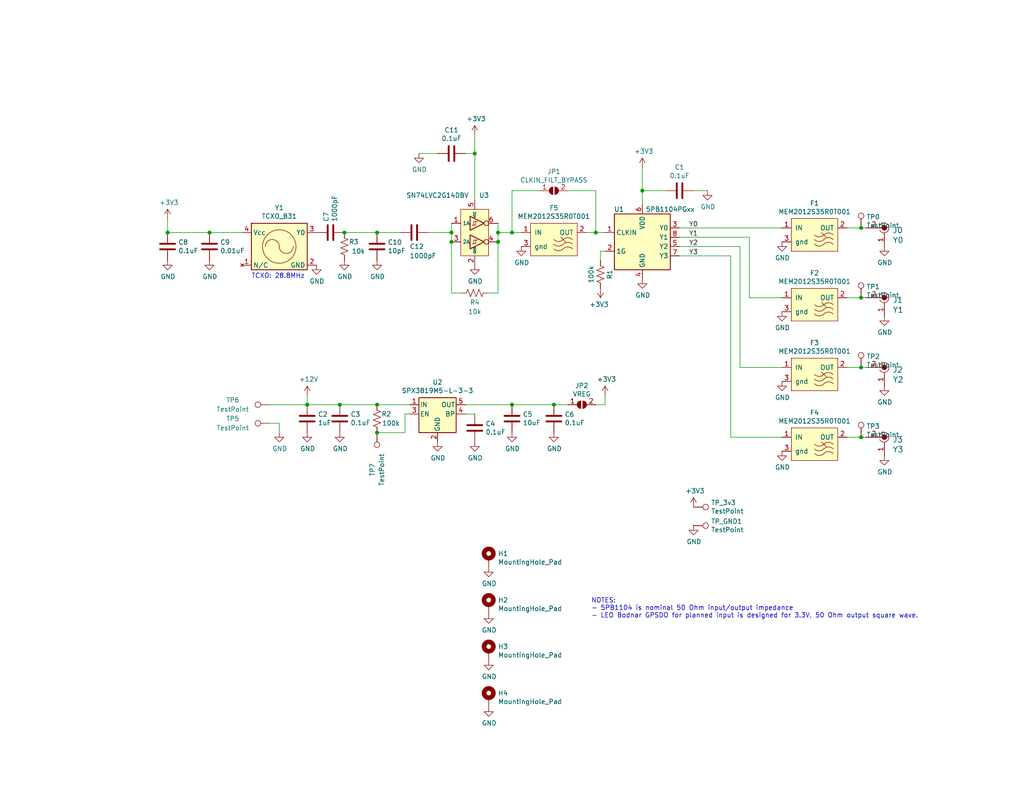
<source format=kicad_sch>
(kicad_sch (version 20211123) (generator eeschema)
  (paper "USLetter")
  (title_block (title "4 Channel Clock Source Board, V1") (date "2022-03-14") (rev "A") (company "Amateur Radio / Phased Arrays") (comment 1 "Coherent RTL-SDR Projects") (comment 2 "creativecommons.org/licenses/by/4.0/") (comment 3 "License: CC BY 4.0") (comment 4 "Author: Zach Leffke, KJ4QLP"))
  (lib_symbols
    (symbol "Connector:TestPoint" (pin_numbers hide) (pin_names (offset 0.762) hide)
      (property "Reference" "TP" (at 0 6.858 0))
      (property "Value" "TestPoint" (at 0 5.08 0))
      (symbol "TestPoint_0_1"
        (circle (center 0 3.302) (radius 0.762))
      )
      (symbol "TestPoint_1_1"
        (pin passive line (at 0 0 90) (length 2.54) (name "1") (number "1"))
      )
    )
    (symbol "Device:C" (pin_numbers hide) (pin_names (offset 0.254))
      (property "Reference" "C" (at 0.635 2.54 0))
      (property "Value" "C" (at 0.635 -2.54 0))
      (symbol "C_0_1"
        (polyline (pts (xy -2.032 -0.762) (xy 2.032 -0.762)) (stroke (width 0.508)))
        (polyline (pts (xy -2.032 0.762) (xy 2.032 0.762)) (stroke (width 0.508)))
      )
      (symbol "C_1_1"
        (pin passive line (at 0 3.81 270) (length 2.794) (name "~") (number "1"))
        (pin passive line (at 0 -3.81 90) (length 2.794) (name "~") (number "2"))
      )
    )
    (symbol "Device:R_US" (pin_numbers hide) (pin_names (offset 0))
      (property "Reference" "R" (at 2.54 0 90))
      (property "Value" "R_US" (at -2.54 0 90))
      (symbol "R_US_0_1"
        (polyline (pts (xy 0 -2.286) (xy 0 -2.54)))
        (polyline (pts (xy 0 2.286) (xy 0 2.54)))
        (polyline (pts (xy 0 -0.762) (xy 1.016 -1.143) (xy 0 -1.524) (xy -1.016 -1.905) (xy 0 -2.286)))
        (polyline (pts (xy 0 0.762) (xy 1.016 0.381) (xy 0 0) (xy -1.016 -0.381) (xy 0 -0.762)))
        (polyline (pts (xy 0 2.286) (xy 1.016 1.905) (xy 0 1.524) (xy -1.016 1.143) (xy 0 0.762)))
      )
      (symbol "R_US_1_1"
        (pin passive line (at 0 3.81 270) (length 1.27) (name "~") (number "1"))
        (pin passive line (at 0 -3.81 90) (length 1.27) (name "~") (number "2"))
      )
    )
    (symbol "Jumper:SolderJumper_2_Open" (pin_names (offset 0) hide)
      (property "Reference" "JP" (at 0 2.032 0))
      (property "Value" "SolderJumper_2_Open" (at 0 -2.54 0))
      (symbol "SolderJumper_2_Open_0_1"
        (arc (start -0.254 1.016) (mid -1.27 0) (end -0.254 -1.016))
        (arc (start -0.254 1.016) (mid -1.27 0) (end -0.254 -1.016) (fill (type outline)))
        (polyline (pts (xy -0.254 1.016) (xy -0.254 -1.016)))
        (polyline (pts (xy 0.254 1.016) (xy 0.254 -1.016)))
        (arc (start 0.254 -1.016) (mid 1.27 0) (end 0.254 1.016))
        (arc (start 0.254 -1.016) (mid 1.27 0) (end 0.254 1.016) (fill (type outline)))
      )
      (symbol "SolderJumper_2_Open_1_1"
        (pin passive line (at -3.81 0 0) (length 2.54) (name "A") (number "1"))
        (pin passive line (at 3.81 0 180) (length 2.54) (name "B") (number "2"))
      )
    )
    (symbol "Mechanical:MountingHole_Pad" (pin_numbers hide) (pin_names (offset 1.016) hide)
      (property "Reference" "H" (at 0 6.35 0))
      (property "Value" "MountingHole_Pad" (at 0 4.445 0))
      (symbol "MountingHole_Pad_0_1"
        (circle (center 0 1.27) (radius 1.27) (stroke (width 1.27)))
      )
      (symbol "MountingHole_Pad_1_1"
        (pin input line (at 0 -2.54 90) (length 2.54) (name "1") (number "1"))
      )
    )
    (symbol "Regulator_Linear:SPX3819M5-L-3-3" (pin_names (offset 0.254))
      (property "Reference" "U" (at -3.81 5.715 0))
      (property "Value" "SPX3819M5-L-3-3" (at 0 5.715 0))
      (symbol "SPX3819M5-L-3-3_0_1"
        (rectangle (start -5.08 4.445) (end 5.08 -5.08) (stroke (width 0.254)) (fill (type background)))
      )
      (symbol "SPX3819M5-L-3-3_1_1"
        (pin power_in line (at -7.62 2.54 0) (length 2.54) (name "IN") (number "1"))
        (pin power_in line (at 0 -7.62 90) (length 2.54) (name "GND") (number "2"))
        (pin input line (at -7.62 0 0) (length 2.54) (name "EN") (number "3"))
        (pin input line (at 7.62 0 180) (length 2.54) (name "BP") (number "4"))
        (pin power_out line (at 7.62 2.54 180) (length 2.54) (name "OUT") (number "5"))
      )
    )
    (symbol "dk_Coaxial-Connectors-RF:0734120114" (pin_names (offset 1.016))
      (property "Reference" "J" (at -1.27 1.27 0))
      (property "Value" "0734120114" (at 1.27 -2.54 0))
      (symbol "0734120114_0_1"
        (arc (start -1.27 0) (mid -0.2651 -1.3081) (end 1.27 -0.635))
        (circle (center 0 0) (radius 0.635) (fill (type outline)))
        (arc (start 1.27 0.635) (mid -0.2496 1.3256) (end -1.27 0))
      )
      (symbol "0734120114_1_1"
        (pin passive line (at 0 -5.08 90) (length 3.683) (name "~") (number "1"))
        (pin passive line (at 5.08 0 180) (length 4.445) (name "~") (number "2"))
      )
    )
    (symbol "kicad_KJ4QLP:5PB1104PGxx"
      (property "Reference" "U" (at -6.35 13.97 0))
      (property "Value" "5PB1104PGxx" (at 10.16 13.97 0))
      (symbol "5PB1104PGxx_0_1"
        (rectangle (start -7.62 12.7) (end 7.62 -2.54) (stroke (width 0.254)) (fill (type background)))
      )
      (symbol "5PB1104PGxx_1_1"
        (pin input line (at -10.16 7.62 0) (length 2.54) (name "CLKIN") (number "1"))
        (pin input line (at -10.16 2.54 0) (length 2.54) (name "1G") (number "2"))
        (pin output line (at 10.16 8.89 180) (length 2.54) (name "Y0") (number "3"))
        (pin power_in line (at 0 -5.08 90) (length 2.54) (name "GND") (number "4"))
        (pin output line (at 10.16 3.81 180) (length 2.54) (name "Y2") (number "5"))
        (pin power_in line (at 0 15.24 270) (length 2.54) (name "VDD") (number "6"))
        (pin output line (at 10.16 1.27 180) (length 2.54) (name "Y3") (number "7"))
        (pin output line (at 10.16 6.35 180) (length 2.54) (name "Y1") (number "8"))
      )
    )
    (symbol "kicad_KJ4QLP:MEM2012S35R0T001" (pin_names (offset 1.016))
      (property "Reference" "F" (at -6.35 3.81 0))
      (property "Value" "MEM2012S35R0T001" (at 2.54 2.54 0))
      (symbol "MEM2012S35R0T001_0_1"
        (rectangle (start -6.35 1.27) (end 6.35 -7.62) (fill (type background)))
        (arc (start 0 -5.715) (mid 1.27 -6.2411) (end 2.54 -5.715))
        (arc (start 0 -4.445) (mid 1.27 -4.9711) (end 2.54 -4.445))
        (arc (start 0 -3.175) (mid 1.27 -3.7011) (end 2.54 -3.175))
        (polyline (pts (xy 1.905 -2.54) (xy 3.175 -3.81)))
        (arc (start 5.08 -5.715) (mid 3.81 -5.1889) (end 2.54 -5.715))
        (arc (start 5.08 -4.445) (mid 3.81 -3.9189) (end 2.54 -4.445))
        (arc (start 5.08 -3.175) (mid 3.81 -2.6489) (end 2.54 -3.175))
      )
      (symbol "MEM2012S35R0T001_1_1"
        (pin input line (at -8.89 -1.27 0) (length 2.54) (name "IN") (number "1"))
        (pin output line (at 8.89 -1.27 180) (length 2.54) (name "OUT") (number "2"))
        (pin passive line (at -8.89 -5.08 0) (length 2.54) (name "gnd") (number "3"))
      )
    )
    (symbol "kicad_KJ4QLP:SN74LVC2G14DBV"
      (property "Reference" "U" (at -3.81 7.62 0))
      (property "Value" "SN74LVC2G14DBV" (at 8.89 7.62 0))
      (symbol "SN74LVC2G14DBV_0_1"
        (rectangle (start -3.81 -6.35) (end 3.81 6.35) (fill (type background)))
        (polyline (pts (xy 0.254 3.048) (xy 0.762 3.048)))
        (polyline (pts (xy -1.27 4.445) (xy -1.27 0.635) (xy 2.54 2.54) (xy -1.27 4.445)) (stroke (width 0.254)) (fill (type background)))
        (polyline (pts (xy -0.254 2.032) (xy -0.254 3.048) (xy 0.254 3.048) (xy 0.254 2.032) (xy -0.762 2.032)))
      )
      (symbol "SN74LVC2G14DBV_1_1"
        (polyline (pts (xy 0.254 -2.032) (xy 0.762 -2.032)))
        (polyline (pts (xy -1.27 -0.635) (xy -1.27 -4.445) (xy 2.54 -2.54) (xy -1.27 -0.635)) (stroke (width 0.254)) (fill (type background)))
        (polyline (pts (xy -0.254 -3.048) (xy -0.254 -2.032) (xy 0.254 -2.032) (xy 0.254 -3.048) (xy -0.762 -3.048)))
        (pin input line (at -6.35 2.54 0) (length 2.54) (name "1A") (number "1"))
        (pin power_in line (at 0 -8.89 90) (length 2.54) (name "GND") (number "2"))
        (pin input line (at -6.35 -2.54 0) (length 2.54) (name "2A") (number "3"))
        (pin output inverted (at 6.35 -2.54 180) (length 3.81) (name "~") (number "4"))
        (pin power_in line (at 0 8.89 270) (length 2.54) (name "VCC") (number "5"))
        (pin output inverted (at 6.35 2.54 180) (length 3.81) (name "~") (number "6"))
      )
    )
    (symbol "kicad_KJ4QLP:TCXO_B31"
      (property "Reference" "Y" (at -6.35 7.62 0))
      (property "Value" "TCXO_B31" (at 3.81 7.62 0))
      (symbol "TCXO_B31_0_1"
        (rectangle (start -7.62 6.35) (end 7.62 -6.35) (stroke (width 0.254)) (fill (type background)))
        (arc (start 0 0) (mid -1.905 1.905) (end -3.81 0))
        (arc (start 0 0) (mid 1.905 -1.905) (end 3.81 0))
        (circle (center 0 0) (radius 4.572))
      )
      (symbol "TCXO_B31_1_1"
        (pin no_connect line (at -10.16 -5.08 0) (length 2.54) (name "N/C") (number "1"))
        (pin power_in line (at 10.16 -5.08 180) (length 2.54) (name "GND") (number "2"))
        (pin output line (at 10.16 3.81 180) (length 2.54) (name "Y0") (number "3"))
        (pin power_in line (at -10.16 3.81 0) (length 2.54) (name "Vcc") (number "4"))
      )
    )
    (symbol "power:+12V" (power) (pin_names (offset 0))
      (property "Value" "+12V" (at 0 3.556 0))
      (symbol "+12V_0_1"
        (polyline (pts (xy -0.762 1.27) (xy 0 2.54)))
        (polyline (pts (xy 0 0) (xy 0 2.54)))
        (polyline (pts (xy 0 2.54) (xy 0.762 1.27)))
      )
      (symbol "+12V_1_1"
        (pin power_in line (at 0 0 90) (length 0) hide (name "+12V") (number "1"))
      )
    )
    (symbol "power:+3.3V" (power) (pin_names (offset 0))
      (property "Value" "+3.3V" (at 0 3.556 0))
      (symbol "+3.3V_0_1"
        (polyline (pts (xy -0.762 1.27) (xy 0 2.54)))
        (polyline (pts (xy 0 0) (xy 0 2.54)))
        (polyline (pts (xy 0 2.54) (xy 0.762 1.27)))
      )
      (symbol "+3.3V_1_1"
        (pin power_in line (at 0 0 90) (length 0) hide (name "+3V3") (number "1"))
      )
    )
    (symbol "power:GND" (power) (pin_names (offset 0))
      (property "Value" "GND" (at 0 -3.81 0))
      (symbol "GND_0_1"
        (polyline (pts (xy 0 0) (xy 0 -1.27) (xy 1.27 -1.27) (xy 0 -2.54) (xy -1.27 -1.27) (xy 0 -1.27)))
      )
      (symbol "GND_1_1"
        (pin power_in line (at 0 0 270) (length 0) hide (name "GND") (number "1"))
      )
    )
  )
  (junction (at 92.71 110.49))
  (junction (at 129.54 41.91))
  (junction (at 83.82 110.49))
  (junction (at 93.98 63.5))
  (junction (at 135.89 66.04))
  (junction (at 57.15 63.5))
  (junction (at 102.87 118.11))
  (junction (at 234.95 100.33))
  (junction (at 234.95 119.38))
  (junction (at 234.95 62.23))
  (junction (at 162.56 63.5))
  (junction (at 175.26 52.07))
  (junction (at 102.87 63.5))
  (junction (at 45.72 63.5))
  (junction (at 139.7 110.49))
  (junction (at 135.89 63.5))
  (junction (at 151.13 110.49))
  (junction (at 234.95 81.28))
  (junction (at 102.87 110.49))
  (junction (at 139.7 63.5))
  (junction (at 123.19 66.04))
  (junction (at 123.19 63.5))
  (wire (pts (xy 102.87 63.5) (xy 109.22 63.5)))
  (wire (pts (xy 189.23 52.07) (xy 193.04 52.07)))
  (wire (pts (xy 185.42 64.77) (xy 204.47 64.77)))
  (wire (pts (xy 135.89 63.5) (xy 135.89 66.04)))
  (wire (pts (xy 83.82 107.95) (xy 83.82 110.49)))
  (wire (pts (xy 123.19 60.96) (xy 123.19 63.5)))
  (wire (pts (xy 127 110.49) (xy 139.7 110.49)))
  (wire (pts (xy 142.24 63.5) (xy 139.7 63.5)))
  (wire (pts (xy 116.84 63.5) (xy 123.19 63.5)))
  (wire (pts (xy 45.72 63.5) (xy 57.15 63.5)))
  (wire (pts (xy 73.66 110.49) (xy 83.82 110.49)))
  (wire (pts (xy 199.39 69.85) (xy 199.39 119.38)))
  (wire (pts (xy 57.15 63.5) (xy 66.04 63.5)))
  (wire (pts (xy 135.89 66.04) (xy 135.89 80.01)))
  (wire (pts (xy 204.47 81.28) (xy 213.36 81.28)))
  (wire (pts (xy 234.95 62.23) (xy 236.22 62.23)))
  (wire (pts (xy 125.73 80.01) (xy 123.19 80.01)))
  (wire (pts (xy 129.54 36.83) (xy 129.54 41.91)))
  (wire (pts (xy 73.66 115.57) (xy 76.2 115.57)))
  (wire (pts (xy 204.47 64.77) (xy 204.47 81.28)))
  (wire (pts (xy 135.89 63.5) (xy 139.7 63.5)))
  (wire (pts (xy 147.32 52.07) (xy 139.7 52.07)))
  (wire (pts (xy 175.26 45.72) (xy 175.26 52.07)))
  (wire (pts (xy 201.93 100.33) (xy 213.36 100.33)))
  (wire (pts (xy 129.54 41.91) (xy 129.54 54.61)))
  (wire (pts (xy 92.71 110.49) (xy 83.82 110.49)))
  (wire (pts (xy 185.42 67.31) (xy 201.93 67.31)))
  (wire (pts (xy 234.95 81.28) (xy 236.22 81.28)))
  (wire (pts (xy 110.49 118.11) (xy 102.87 118.11)))
  (wire (pts (xy 123.19 80.01) (xy 123.19 66.04)))
  (wire (pts (xy 154.94 52.07) (xy 162.56 52.07)))
  (wire (pts (xy 76.2 115.57) (xy 76.2 118.11)))
  (wire (pts (xy 162.56 52.07) (xy 162.56 63.5)))
  (wire (pts (xy 231.14 119.38) (xy 234.95 119.38)))
  (wire (pts (xy 162.56 110.49) (xy 165.1 110.49)))
  (wire (pts (xy 93.98 63.5) (xy 102.87 63.5)))
  (wire (pts (xy 201.93 67.31) (xy 201.93 100.33)))
  (wire (pts (xy 175.26 52.07) (xy 175.26 55.88)))
  (wire (pts (xy 151.13 110.49) (xy 154.94 110.49)))
  (wire (pts (xy 123.19 63.5) (xy 123.19 66.04)))
  (wire (pts (xy 181.61 52.07) (xy 175.26 52.07)))
  (wire (pts (xy 199.39 119.38) (xy 213.36 119.38)))
  (wire (pts (xy 139.7 52.07) (xy 139.7 63.5)))
  (wire (pts (xy 165.1 110.49) (xy 165.1 107.95)))
  (wire (pts (xy 160.02 63.5) (xy 162.56 63.5)))
  (wire (pts (xy 135.89 80.01) (xy 133.35 80.01)))
  (wire (pts (xy 163.83 68.58) (xy 163.83 71.12)))
  (wire (pts (xy 111.76 110.49) (xy 102.87 110.49)))
  (wire (pts (xy 162.56 63.5) (xy 165.1 63.5)))
  (wire (pts (xy 102.87 110.49) (xy 92.71 110.49)))
  (wire (pts (xy 234.95 119.38) (xy 236.22 119.38)))
  (wire (pts (xy 139.7 110.49) (xy 151.13 110.49)))
  (wire (pts (xy 127 41.91) (xy 129.54 41.91)))
  (wire (pts (xy 236.22 100.33) (xy 234.95 100.33)))
  (wire (pts (xy 45.72 63.5) (xy 45.72 59.69)))
  (wire (pts (xy 127 113.03) (xy 129.54 113.03)))
  (wire (pts (xy 110.49 113.03) (xy 110.49 118.11)))
  (wire (pts (xy 234.95 100.33) (xy 231.14 100.33)))
  (wire (pts (xy 135.89 60.96) (xy 135.89 63.5)))
  (wire (pts (xy 185.42 62.23) (xy 213.36 62.23)))
  (wire (pts (xy 119.38 41.91) (xy 114.3 41.91)))
  (wire (pts (xy 231.14 81.28) (xy 234.95 81.28)))
  (wire (pts (xy 185.42 69.85) (xy 199.39 69.85)))
  (wire (pts (xy 231.14 62.23) (xy 234.95 62.23)))
  (wire (pts (xy 165.1 68.58) (xy 163.83 68.58)))
  (wire (pts (xy 111.76 113.03) (xy 110.49 113.03)))
  (text "TCXO: 28.8MHz" (at 68.58 76.2 0) (effects (font (size 1.27 1.27)) (justify left bottom)))
  (text "NOTES:\n- 5PB1104 is nominal 50 Ohm input/output impedance\n- LEO Bodnar GPSDO for planned input is designed for 3.3V, 50 Ohm output square wave." (at 161.29 168.91 0) (effects (font (size 1.27 1.27)) (justify left bottom)))
  (label "Y3" (at 187.96 69.85 0))
  (label "Y2" (at 187.96 67.31 0))
  (label "Y1" (at 187.96 64.77 0))
  (label "Y0" (at 187.96 62.23 0))
  (symbol (lib_id "kicad_KJ4QLP:5PB1104PGxx") (at 175.26 71.12 0) (unit 1)
    (property "Reference" "U1" (at 168.91 57.15 0))
    (property "Value" "5PB1104PGxx" (at 182.88 57.15 0))
    (property "Footprint" "Package_SO:TSSOP-8_4.4x3mm_P0.65mm" (effects hide))
    (property "Datasheet" "https://www.idt.com/document/dst/5pb11xx-datasheet" (effects hide))
  )
  (symbol (lib_id "dk_Coaxial-Connectors-RF:0734120114") (at 241.3 62.23 0) (mirror y) (unit 1)
    (property "Reference" "J0" (at 243.5352 62.865 0) (effects (font (size 1.524 1.524)) (justify right)))
    (property "Value" "Y0" (at 243.5352 65.5574 0) (effects (font (size 1.524 1.524)) (justify right)))
    (property "Footprint" "digikey-footprints:Molex_734120114_UMC_RF_CONN_Vertical" (effects hide))
    (property "Datasheet" "https://www.molex.com/pdm_docs/sd/734120110_sd.pdf" (effects hide))
    (property "Digi-Key_PN" "WM3894CT-ND" (effects hide))
    (property "MPN" "0734120114" (effects hide))
    (property "Category" "Connectors, Interconnects" (effects hide))
    (property "Family" "Coaxial Connectors (RF)" (effects hide))
    (property "DK_Datasheet_Link" "https://www.molex.com/pdm_docs/sd/734120110_sd.pdf" (effects hide))
    (property "DK_Detail_Page" "/product-detail/en/molex/0734120114/WM3894CT-ND/2421931" (effects hide))
    (property "Description" "CONN UMC RCPT STR 50 OHM SMD" (effects hide))
    (property "Manufacturer" "Molex" (effects hide))
    (property "Status" "Active" (effects hide))
  )
  (symbol (lib_id "dk_Coaxial-Connectors-RF:0734120114") (at 241.3 81.28 0) (mirror y) (unit 1)
    (property "Reference" "J1" (at 243.5352 81.915 0) (effects (font (size 1.524 1.524)) (justify right)))
    (property "Value" "Y1" (at 243.5352 84.6074 0) (effects (font (size 1.524 1.524)) (justify right)))
    (property "Footprint" "digikey-footprints:Molex_734120114_UMC_RF_CONN_Vertical" (effects hide))
    (property "Datasheet" "https://www.molex.com/pdm_docs/sd/734120110_sd.pdf" (effects hide))
    (property "Digi-Key_PN" "WM3894CT-ND" (effects hide))
    (property "MPN" "0734120114" (effects hide))
    (property "Category" "Connectors, Interconnects" (effects hide))
    (property "Family" "Coaxial Connectors (RF)" (effects hide))
    (property "DK_Datasheet_Link" "https://www.molex.com/pdm_docs/sd/734120110_sd.pdf" (effects hide))
    (property "DK_Detail_Page" "/product-detail/en/molex/0734120114/WM3894CT-ND/2421931" (effects hide))
    (property "Description" "CONN UMC RCPT STR 50 OHM SMD" (effects hide))
    (property "Manufacturer" "Molex" (effects hide))
    (property "Status" "Active" (effects hide))
  )
  (symbol (lib_id "dk_Coaxial-Connectors-RF:0734120114") (at 241.3 100.33 0) (mirror y) (unit 1)
    (property "Reference" "J2" (at 243.5352 100.965 0) (effects (font (size 1.524 1.524)) (justify right)))
    (property "Value" "Y2" (at 243.5352 103.6574 0) (effects (font (size 1.524 1.524)) (justify right)))
    (property "Footprint" "digikey-footprints:Molex_734120114_UMC_RF_CONN_Vertical" (effects hide))
    (property "Datasheet" "https://www.molex.com/pdm_docs/sd/734120110_sd.pdf" (effects hide))
    (property "Digi-Key_PN" "WM3894CT-ND" (effects hide))
    (property "MPN" "0734120114" (effects hide))
    (property "Category" "Connectors, Interconnects" (effects hide))
    (property "Family" "Coaxial Connectors (RF)" (effects hide))
    (property "DK_Datasheet_Link" "https://www.molex.com/pdm_docs/sd/734120110_sd.pdf" (effects hide))
    (property "DK_Detail_Page" "/product-detail/en/molex/0734120114/WM3894CT-ND/2421931" (effects hide))
    (property "Description" "CONN UMC RCPT STR 50 OHM SMD" (effects hide))
    (property "Manufacturer" "Molex" (effects hide))
    (property "Status" "Active" (effects hide))
  )
  (symbol (lib_id "dk_Coaxial-Connectors-RF:0734120114") (at 241.3 119.38 0) (mirror y) (unit 1)
    (property "Reference" "J3" (at 243.5352 120.015 0) (effects (font (size 1.524 1.524)) (justify right)))
    (property "Value" "Y3" (at 243.5352 122.7074 0) (effects (font (size 1.524 1.524)) (justify right)))
    (property "Footprint" "digikey-footprints:Molex_734120114_UMC_RF_CONN_Vertical" (effects hide))
    (property "Datasheet" "https://www.molex.com/pdm_docs/sd/734120110_sd.pdf" (effects hide))
    (property "Digi-Key_PN" "WM3894CT-ND" (effects hide))
    (property "MPN" "0734120114" (effects hide))
    (property "Category" "Connectors, Interconnects" (effects hide))
    (property "Family" "Coaxial Connectors (RF)" (effects hide))
    (property "DK_Datasheet_Link" "https://www.molex.com/pdm_docs/sd/734120110_sd.pdf" (effects hide))
    (property "DK_Detail_Page" "/product-detail/en/molex/0734120114/WM3894CT-ND/2421931" (effects hide))
    (property "Description" "CONN UMC RCPT STR 50 OHM SMD" (effects hide))
    (property "Manufacturer" "Molex" (effects hide))
    (property "Status" "Active" (effects hide))
  )
  (symbol (lib_id "power:GND") (at 241.3 67.31 0) (unit 1)
    (property "Reference" "#PWR01" (effects hide))
    (property "Value" "GND" (at 241.427 71.7042 0))
  )
  (symbol (lib_id "power:GND") (at 241.3 86.36 0) (unit 1)
    (property "Reference" "#PWR02" (effects hide))
    (property "Value" "GND" (at 241.427 90.7542 0))
  )
  (symbol (lib_id "power:GND") (at 241.3 105.41 0) (unit 1)
    (property "Reference" "#PWR03" (effects hide))
    (property "Value" "GND" (at 241.427 109.8042 0))
  )
  (symbol (lib_id "power:GND") (at 241.3 124.46 0) (unit 1)
    (property "Reference" "#PWR04" (effects hide))
    (property "Value" "GND" (at 241.427 128.8542 0))
  )
  (symbol (lib_id "kicad_KJ4QLP:MEM2012S35R0T001") (at 222.25 60.96 0) (unit 1)
    (property "Reference" "F1" (at 222.25 55.499 0))
    (property "Value" "MEM2012S35R0T001" (at 222.25 57.8104 0))
    (property "Footprint" "kj4qlp:0805_3PC_Pad" (effects hide))
    (property "Datasheet" "https://product.tdk.com/info/en/catalog/datasheets/3tf_commercial_signal_mem2012s_en.pdf" (effects hide))
  )
  (symbol (lib_id "kicad_KJ4QLP:MEM2012S35R0T001") (at 222.25 80.01 0) (unit 1)
    (property "Reference" "F2" (at 222.25 74.549 0))
    (property "Value" "MEM2012S35R0T001" (at 222.25 76.8604 0))
    (property "Footprint" "kj4qlp:0805_3PC_Pad" (effects hide))
    (property "Datasheet" "https://product.tdk.com/info/en/catalog/datasheets/3tf_commercial_signal_mem2012s_en.pdf" (effects hide))
  )
  (symbol (lib_id "kicad_KJ4QLP:MEM2012S35R0T001") (at 222.25 99.06 0) (unit 1)
    (property "Reference" "F3" (at 222.25 93.599 0))
    (property "Value" "MEM2012S35R0T001" (at 222.25 95.9104 0))
    (property "Footprint" "kj4qlp:0805_3PC_Pad" (effects hide))
    (property "Datasheet" "https://product.tdk.com/info/en/catalog/datasheets/3tf_commercial_signal_mem2012s_en.pdf" (effects hide))
  )
  (symbol (lib_id "kicad_KJ4QLP:MEM2012S35R0T001") (at 222.25 118.11 0) (unit 1)
    (property "Reference" "F4" (at 222.25 112.649 0))
    (property "Value" "MEM2012S35R0T001" (at 222.25 114.9604 0))
    (property "Footprint" "kj4qlp:0805_3PC_Pad" (effects hide))
    (property "Datasheet" "https://product.tdk.com/info/en/catalog/datasheets/3tf_commercial_signal_mem2012s_en.pdf" (effects hide))
  )
  (symbol (lib_id "Jumper:SolderJumper_2_Open") (at 151.13 52.07 0) (unit 1)
    (property "Reference" "JP1" (at 151.13 46.863 0))
    (property "Value" "CLKIN_FILT_BYPASS" (at 151.13 49.1744 0))
    (property "Footprint" "Jumper:SolderJumper-2_P1.3mm_Open_RoundedPad1.0x1.5mm" (effects hide))
  )
  (symbol (lib_id "kicad_KJ4QLP:MEM2012S35R0T001") (at 151.13 62.23 0) (unit 1)
    (property "Reference" "F5" (at 151.13 56.769 0))
    (property "Value" "MEM2012S35R0T001" (at 151.13 59.0804 0))
    (property "Footprint" "kj4qlp:0805_3PC_Pad" (effects hide))
    (property "Datasheet" "https://product.tdk.com/info/en/catalog/datasheets/3tf_commercial_signal_mem2012s_en.pdf" (effects hide))
  )
  (symbol (lib_id "Device:R_US") (at 163.83 74.93 0) (unit 1)
    (property "Reference" "R1" (at 166.37 74.93 90))
    (property "Value" "100k" (at 161.29 74.93 90))
    (property "Footprint" "Resistor_SMD:R_0805_2012Metric" (effects hide))
  )
  (symbol (lib_id "power:+3.3V") (at 175.26 45.72 0) (unit 1)
    (property "Reference" "#PWR0101" (effects hide))
    (property "Value" "+3.3V" (at 175.641 41.3258 0))
  )
  (symbol (lib_id "power:GND") (at 175.26 76.2 0) (unit 1)
    (property "Reference" "#PWR0102" (effects hide))
    (property "Value" "GND" (at 175.387 80.5942 0))
  )
  (symbol (lib_id "power:+3.3V") (at 163.83 78.74 180) (unit 1)
    (property "Reference" "#PWR0103" (effects hide))
    (property "Value" "+3.3V" (at 163.449 83.1342 0))
  )
  (symbol (lib_id "Device:C") (at 185.42 52.07 270) (unit 1)
    (property "Reference" "C1" (at 185.42 45.6692 90))
    (property "Value" "0.1uF" (at 185.42 47.9806 90))
    (property "Footprint" "Capacitor_SMD:C_0805_2012Metric" (effects hide))
  )
  (symbol (lib_id "power:GND") (at 193.04 52.07 0) (unit 1)
    (property "Reference" "#PWR0104" (effects hide))
    (property "Value" "GND" (at 193.167 56.4642 0))
  )
  (symbol (lib_id "Connector:TestPoint") (at 189.23 138.43 270) (unit 1)
    (property "Reference" "TP_3v3" (at 194.0052 137.2616 90) (effects (justify left)))
    (property "Value" "TestPoint" (at 194.0052 139.573 90) (effects (justify left)))
    (property "Footprint" "TestPoint:TestPoint_Pad_2.0x2.0mm" (effects hide))
  )
  (symbol (lib_id "power:GND") (at 142.24 67.31 0) (unit 1)
    (property "Reference" "#PWR0105" (effects hide))
    (property "Value" "GND" (at 142.367 71.7042 0))
  )
  (symbol (lib_id "power:GND") (at 213.36 66.04 0) (unit 1)
    (property "Reference" "#PWR0106" (effects hide))
    (property "Value" "GND" (at 213.487 70.4342 0))
  )
  (symbol (lib_id "power:GND") (at 213.36 85.09 0) (unit 1)
    (property "Reference" "#PWR0107" (effects hide))
    (property "Value" "GND" (at 213.487 89.4842 0))
  )
  (symbol (lib_id "power:GND") (at 213.36 104.14 0) (unit 1)
    (property "Reference" "#PWR0108" (effects hide))
    (property "Value" "GND" (at 213.487 108.5342 0))
  )
  (symbol (lib_id "power:GND") (at 213.36 123.19 0) (unit 1)
    (property "Reference" "#PWR0109" (effects hide))
    (property "Value" "GND" (at 213.487 127.5842 0))
  )
  (symbol (lib_id "power:+3.3V") (at 189.23 138.43 0) (unit 1)
    (property "Reference" "#PWR0110" (effects hide))
    (property "Value" "+3.3V" (at 189.611 134.0358 0))
  )
  (symbol (lib_id "Connector:TestPoint") (at 189.23 143.51 270) (unit 1)
    (property "Reference" "TP_GND1" (at 194.0052 142.3416 90) (effects (justify left)))
    (property "Value" "TestPoint" (at 194.0052 144.653 90) (effects (justify left)))
    (property "Footprint" "TestPoint:TestPoint_Pad_2.0x2.0mm" (effects hide))
  )
  (symbol (lib_id "power:GND") (at 189.23 143.51 0) (unit 1)
    (property "Reference" "#PWR0111" (effects hide))
    (property "Value" "GND" (at 189.357 147.9042 0))
  )
  (symbol (lib_id "Mechanical:MountingHole_Pad") (at 133.35 152.4 0) (unit 1)
    (property "Reference" "H1" (at 135.89 151.1554 0) (effects (justify left)))
    (property "Value" "MountingHole_Pad" (at 135.89 153.4668 0) (effects (justify left)))
    (property "Footprint" "MountingHole:MountingHole_2.2mm_M2_Pad_Via" (effects hide))
  )
  (symbol (lib_id "power:GND") (at 133.35 154.94 0) (unit 1)
    (property "Reference" "#PWR0112" (effects hide))
    (property "Value" "GND" (at 133.477 159.3342 0))
  )
  (symbol (lib_id "Connector:TestPoint") (at 234.95 62.23 0) (unit 1)
    (property "Reference" "TP0" (at 236.4232 59.2328 0) (effects (justify left)))
    (property "Value" "TestPoint" (at 236.4232 61.5442 0) (effects (justify left)))
    (property "Footprint" "TestPoint:TestPoint_Pad_D1.0mm" (effects hide))
  )
  (symbol (lib_id "Connector:TestPoint") (at 234.95 81.28 0) (unit 1)
    (property "Reference" "TP1" (at 236.4232 78.2828 0) (effects (justify left)))
    (property "Value" "TestPoint" (at 236.4232 80.5942 0) (effects (justify left)))
    (property "Footprint" "TestPoint:TestPoint_Pad_D1.0mm" (effects hide))
  )
  (symbol (lib_id "Connector:TestPoint") (at 234.95 100.33 0) (unit 1)
    (property "Reference" "TP2" (at 236.4232 97.3328 0) (effects (justify left)))
    (property "Value" "TestPoint" (at 236.4232 99.6442 0) (effects (justify left)))
    (property "Footprint" "TestPoint:TestPoint_Pad_D1.0mm" (effects hide))
  )
  (symbol (lib_id "Connector:TestPoint") (at 234.95 119.38 0) (unit 1)
    (property "Reference" "TP3" (at 236.4232 116.3828 0) (effects (justify left)))
    (property "Value" "TestPoint" (at 236.4232 118.6942 0) (effects (justify left)))
    (property "Footprint" "TestPoint:TestPoint_Pad_D1.0mm" (effects hide))
  )
  (symbol (lib_id "Mechanical:MountingHole_Pad") (at 133.35 165.1 0) (unit 1)
    (property "Reference" "H2" (at 135.89 163.8554 0) (effects (justify left)))
    (property "Value" "MountingHole_Pad" (at 135.89 166.1668 0) (effects (justify left)))
    (property "Footprint" "MountingHole:MountingHole_2.2mm_M2_Pad_Via" (effects hide))
  )
  (symbol (lib_id "power:GND") (at 133.35 167.64 0) (unit 1)
    (property "Reference" "#PWR06" (effects hide))
    (property "Value" "GND" (at 133.477 172.0342 0))
  )
  (symbol (lib_id "Mechanical:MountingHole_Pad") (at 133.35 177.8 0) (unit 1)
    (property "Reference" "H3" (at 135.89 176.5554 0) (effects (justify left)))
    (property "Value" "MountingHole_Pad" (at 135.89 178.8668 0) (effects (justify left)))
    (property "Footprint" "MountingHole:MountingHole_2.2mm_M2_Pad_Via" (effects hide))
  )
  (symbol (lib_id "power:GND") (at 133.35 180.34 0) (unit 1)
    (property "Reference" "#PWR07" (effects hide))
    (property "Value" "GND" (at 133.477 184.7342 0))
  )
  (symbol (lib_id "Mechanical:MountingHole_Pad") (at 133.35 190.5 0) (unit 1)
    (property "Reference" "H4" (at 135.89 189.2554 0) (effects (justify left)))
    (property "Value" "MountingHole_Pad" (at 135.89 191.5668 0) (effects (justify left)))
    (property "Footprint" "MountingHole:MountingHole_2.2mm_M2_Pad_Via" (effects hide))
  )
  (symbol (lib_id "power:GND") (at 133.35 193.04 0) (unit 1)
    (property "Reference" "#PWR08" (effects hide))
    (property "Value" "GND" (at 133.477 197.4342 0))
  )
  (symbol (lib_id "Regulator_Linear:SPX3819M5-L-3-3") (at 119.38 113.03 0) (unit 1)
    (property "Reference" "U2" (at 119.38 104.3432 0))
    (property "Value" "SPX3819M5-L-3-3" (at 119.38 106.6546 0))
    (property "Footprint" "Package_TO_SOT_SMD:SOT-23-5" (effects hide))
    (property "Datasheet" "https://www.exar.com/content/document.ashx?id=22106&languageid=1033&type=Datasheet&partnumber=SPX3819&filename=SPX3819.pdf&part=SPX3819" (effects hide))
  )
  (symbol (lib_id "Device:R_US") (at 102.87 114.3 0) (unit 1)
    (property "Reference" "R2" (at 105.41 113.03 0))
    (property "Value" "100k" (at 106.68 115.57 0))
    (property "Footprint" "Resistor_SMD:R_0805_2012Metric" (effects hide))
  )
  (symbol (lib_id "Device:C") (at 92.71 114.3 0) (unit 1)
    (property "Reference" "C3" (at 95.631 113.1316 0) (effects (justify left)))
    (property "Value" "0.1uF" (at 95.631 115.443 0) (effects (justify left)))
    (property "Footprint" "Capacitor_SMD:C_0805_2012Metric" (effects hide))
  )
  (symbol (lib_id "Device:C") (at 83.82 114.3 0) (unit 1)
    (property "Reference" "C2" (at 86.741 113.1316 0) (effects (justify left)))
    (property "Value" "1uF" (at 86.741 115.443 0) (effects (justify left)))
    (property "Footprint" "Capacitor_SMD:C_0805_2012Metric" (effects hide))
  )
  (symbol (lib_id "power:GND") (at 119.38 120.65 0) (unit 1)
    (property "Reference" "#PWR013" (effects hide))
    (property "Value" "GND" (at 119.507 125.0442 0))
  )
  (symbol (lib_id "power:GND") (at 92.71 118.11 0) (unit 1)
    (property "Reference" "#PWR012" (effects hide))
    (property "Value" "GND" (at 92.837 122.5042 0))
  )
  (symbol (lib_id "power:GND") (at 83.82 118.11 0) (unit 1)
    (property "Reference" "#PWR011" (effects hide))
    (property "Value" "GND" (at 83.947 122.5042 0))
  )
  (symbol (lib_id "Device:C") (at 129.54 116.84 0) (unit 1)
    (property "Reference" "C4" (at 132.461 115.6716 0) (effects (justify left)))
    (property "Value" "0.1uF" (at 132.461 117.983 0) (effects (justify left)))
    (property "Footprint" "Capacitor_SMD:C_0805_2012Metric" (effects hide))
  )
  (symbol (lib_id "Device:C") (at 139.7 114.3 0) (unit 1)
    (property "Reference" "C5" (at 142.621 113.1316 0) (effects (justify left)))
    (property "Value" "10uF" (at 142.621 115.443 0) (effects (justify left)))
    (property "Footprint" "Capacitor_SMD:C_0805_2012Metric" (effects hide))
  )
  (symbol (lib_id "Device:C") (at 151.13 114.3 0) (unit 1)
    (property "Reference" "C6" (at 154.051 113.1316 0) (effects (justify left)))
    (property "Value" "0.1uF" (at 154.051 115.443 0) (effects (justify left)))
    (property "Footprint" "Capacitor_SMD:C_0805_2012Metric" (effects hide))
  )
  (symbol (lib_id "power:GND") (at 129.54 120.65 0) (unit 1)
    (property "Reference" "#PWR014" (effects hide))
    (property "Value" "GND" (at 129.667 125.0442 0))
  )
  (symbol (lib_id "power:GND") (at 139.7 118.11 0) (unit 1)
    (property "Reference" "#PWR015" (effects hide))
    (property "Value" "GND" (at 139.827 122.5042 0))
  )
  (symbol (lib_id "power:GND") (at 151.13 118.11 0) (unit 1)
    (property "Reference" "#PWR016" (effects hide))
    (property "Value" "GND" (at 151.257 122.5042 0))
  )
  (symbol (lib_id "Connector:TestPoint") (at 73.66 110.49 90) (unit 1)
    (property "Reference" "TP6" (at 63.5 109.22 90))
    (property "Value" "TestPoint" (at 63.5 111.76 90))
    (property "Footprint" "TestPoint:TestPoint_Pad_2.0x2.0mm" (effects hide))
  )
  (symbol (lib_id "power:+12V") (at 83.82 107.95 0) (unit 1)
    (property "Reference" "#PWR010" (effects hide))
    (property "Value" "+12V" (at 84.201 103.5558 0))
  )
  (symbol (lib_id "power:GND") (at 76.2 118.11 0) (unit 1)
    (property "Reference" "#PWR09" (effects hide))
    (property "Value" "GND" (at 76.327 122.5042 0))
  )
  (symbol (lib_id "Connector:TestPoint") (at 73.66 115.57 90) (unit 1)
    (property "Reference" "TP5" (at 63.5 114.3 90))
    (property "Value" "TestPoint" (at 63.5 116.84 90))
    (property "Footprint" "TestPoint:TestPoint_Pad_2.0x2.0mm" (effects hide))
  )
  (symbol (lib_id "Jumper:SolderJumper_2_Open") (at 158.75 110.49 0) (unit 1)
    (property "Reference" "JP2" (at 158.75 105.283 0))
    (property "Value" "VREG" (at 158.75 107.5944 0))
    (property "Footprint" "Jumper:SolderJumper-2_P1.3mm_Open_RoundedPad1.0x1.5mm" (effects hide))
  )
  (symbol (lib_id "power:+3.3V") (at 165.1 107.95 0) (unit 1)
    (property "Reference" "#PWR017" (effects hide))
    (property "Value" "+3.3V" (at 165.481 103.5558 0))
  )
  (symbol (lib_id "Connector:TestPoint") (at 102.87 118.11 180) (unit 1)
    (property "Reference" "TP7" (at 101.6 128.27 90))
    (property "Value" "TestPoint" (at 104.14 128.27 90))
    (property "Footprint" "TestPoint:TestPoint_Pad_2.0x2.0mm" (effects hide))
  )
  (symbol (lib_id "kicad_KJ4QLP:TCXO_B31") (at 76.2 67.31 0) (unit 1)
    (property "Reference" "Y1" (at 76.2 56.7182 0))
    (property "Value" "TCXO_B31" (at 76.2 59.0296 0))
    (property "Footprint" "Crystal:Crystal_SMD_2520-4Pin_2.5x2.0mm" (effects hide))
    (property "Datasheet" "http://www.conwin.com/datasheets/tx/tx415.pdf" (effects hide))
  )
  (symbol (lib_id "Device:C") (at 57.15 67.31 0) (unit 1)
    (property "Reference" "C9" (at 60.071 66.1416 0) (effects (justify left)))
    (property "Value" "0.01uF" (at 60.071 68.453 0) (effects (justify left)))
    (property "Footprint" "Capacitor_SMD:C_0805_2012Metric" (effects hide))
  )
  (symbol (lib_id "Device:C") (at 45.72 67.31 0) (unit 1)
    (property "Reference" "C8" (at 48.641 66.1416 0) (effects (justify left)))
    (property "Value" "0.1uF" (at 48.641 68.453 0) (effects (justify left)))
    (property "Footprint" "Capacitor_SMD:C_0805_2012Metric" (effects hide))
  )
  (symbol (lib_id "Device:C") (at 90.17 63.5 90) (unit 1)
    (property "Reference" "C7" (at 89.0016 60.579 0) (effects (justify left)))
    (property "Value" "1000pF" (at 91.313 60.579 0) (effects (justify left)))
    (property "Footprint" "Capacitor_SMD:C_0805_2012Metric" (effects hide))
  )
  (symbol (lib_id "Device:R_US") (at 93.98 67.31 0) (unit 1)
    (property "Reference" "R3" (at 96.52 66.04 0))
    (property "Value" "10k" (at 97.79 68.58 0))
    (property "Footprint" "Resistor_SMD:R_0805_2012Metric" (effects hide))
  )
  (symbol (lib_id "Device:C") (at 102.87 67.31 0) (unit 1)
    (property "Reference" "C10" (at 105.791 66.1416 0) (effects (justify left)))
    (property "Value" "10pF" (at 105.791 68.453 0) (effects (justify left)))
    (property "Footprint" "Capacitor_SMD:C_0805_2012Metric" (effects hide))
  )
  (symbol (lib_id "power:GND") (at 45.72 71.12 0) (unit 1)
    (property "Reference" "#PWR019" (effects hide))
    (property "Value" "GND" (at 45.847 75.5142 0))
  )
  (symbol (lib_id "power:GND") (at 57.15 71.12 0) (unit 1)
    (property "Reference" "#PWR020" (effects hide))
    (property "Value" "GND" (at 57.277 75.5142 0))
  )
  (symbol (lib_id "power:GND") (at 86.36 72.39 0) (unit 1)
    (property "Reference" "#PWR023" (effects hide))
    (property "Value" "GND" (at 86.487 76.7842 0))
  )
  (symbol (lib_id "power:GND") (at 93.98 71.12 0) (unit 1)
    (property "Reference" "#PWR021" (effects hide))
    (property "Value" "GND" (at 94.107 75.5142 0))
  )
  (symbol (lib_id "kicad_KJ4QLP:SN74LVC2G14DBV") (at 129.54 63.5 0) (unit 1)
    (property "Reference" "U3" (at 132.08 53.34 0))
    (property "Value" "SN74LVC2G14DBV" (at 119.38 53.34 0))
    (property "Footprint" "Package_TO_SOT_SMD:SOT-23-6" (effects hide))
    (property "Datasheet" "https://www.ti.com/lit/ds/symlink/sn74lvc2g14.pdf" (effects hide))
  )
  (symbol (lib_id "power:+3.3V") (at 129.54 36.83 0) (unit 1)
    (property "Reference" "#PWR05" (effects hide))
    (property "Value" "+3.3V" (at 129.921 32.4358 0))
  )
  (symbol (lib_id "power:GND") (at 129.54 72.39 0) (unit 1)
    (property "Reference" "#PWR024" (effects hide))
    (property "Value" "GND" (at 129.667 76.7842 0))
  )
  (symbol (lib_id "power:+3.3V") (at 45.72 59.69 0) (unit 1)
    (property "Reference" "#PWR018" (effects hide))
    (property "Value" "+3.3V" (at 46.101 55.2958 0))
  )
  (symbol (lib_id "power:GND") (at 102.87 71.12 0) (unit 1)
    (property "Reference" "#PWR022" (effects hide))
    (property "Value" "GND" (at 102.997 75.5142 0))
  )
  (symbol (lib_id "Device:C") (at 113.03 63.5 270) (unit 1)
    (property "Reference" "C12" (at 111.76 67.31 90) (effects (justify left)))
    (property "Value" "1000pF" (at 111.76 69.85 90) (effects (justify left)))
    (property "Footprint" "Capacitor_SMD:C_0805_2012Metric" (effects hide))
  )
  (symbol (lib_id "Device:C") (at 123.19 41.91 270) (unit 1)
    (property "Reference" "C11" (at 123.19 35.5092 90))
    (property "Value" "0.1uF" (at 123.19 37.8206 90))
    (property "Footprint" "Capacitor_SMD:C_0805_2012Metric" (effects hide))
  )
  (symbol (lib_id "power:GND") (at 114.3 41.91 0) (unit 1)
    (property "Reference" "#PWR025" (effects hide))
    (property "Value" "GND" (at 114.427 46.3042 0))
  )
  (symbol (lib_id "Device:R_US") (at 129.54 80.01 270) (unit 1)
    (property "Reference" "R4" (at 129.54 82.55 90))
    (property "Value" "10k" (at 129.54 85.09 90))
    (property "Footprint" "Resistor_SMD:R_0805_2012Metric" (effects hide))
  )
)
</source>
